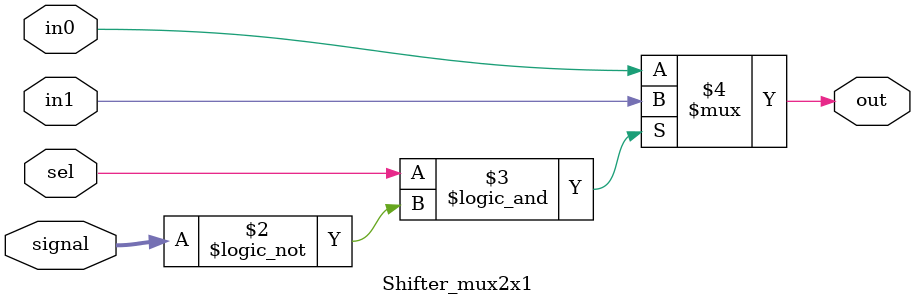
<source format=v>

module Shifter_mux2x1( in0,in1,sel,out,signal);

	input in0,in1;
	input sel;
	output out;
	input [5:0]signal;

	assign out=(sel==1'b1&&signal == 6'b000000)?in1:in0;

endmodule
</source>
